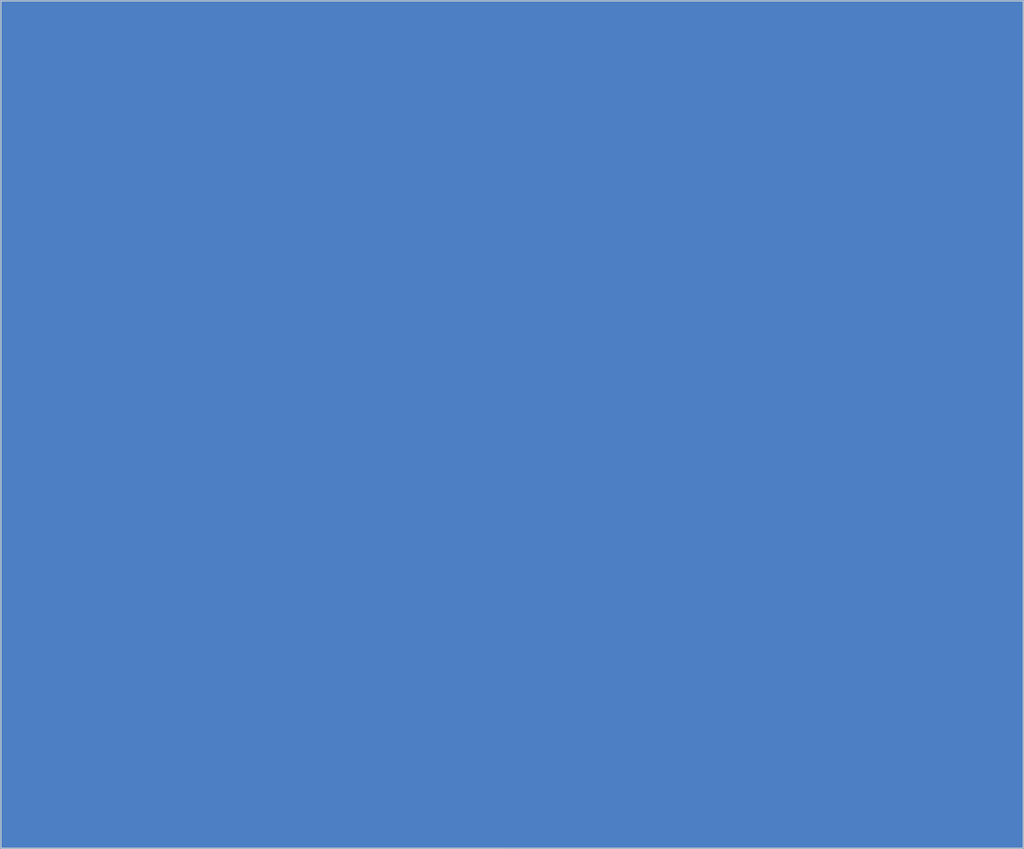
<source format=kicad_pcb>
(kicad_pcb (version 20221018) (generator pcbnew)

  (general
    (thickness 1.6)
  )

  (paper "A4")
  (layers
    (0 "F.Cu" signal)
    (31 "B.Cu" signal)
    (32 "B.Adhes" user "B.Adhesive")
    (33 "F.Adhes" user "F.Adhesive")
    (34 "B.Paste" user)
    (35 "F.Paste" user)
    (36 "B.SilkS" user "B.Silkscreen")
    (37 "F.SilkS" user "F.Silkscreen")
    (38 "B.Mask" user)
    (39 "F.Mask" user)
    (40 "Dwgs.User" user "User.Drawings")
    (41 "Cmts.User" user "User.Comments")
    (42 "Eco1.User" user "User.Eco1")
    (43 "Eco2.User" user "User.Eco2")
    (44 "Edge.Cuts" user)
    (45 "Margin" user)
    (46 "B.CrtYd" user "B.Courtyard")
    (47 "F.CrtYd" user "F.Courtyard")
    (48 "B.Fab" user)
    (49 "F.Fab" user)
    (50 "User.1" user)
    (51 "User.2" user)
    (52 "User.3" user)
    (53 "User.4" user)
    (54 "User.5" user)
    (55 "User.6" user)
    (56 "User.7" user)
    (57 "User.8" user)
    (58 "User.9" user)
  )

  (setup
    (pad_to_mask_clearance 0)
    (pcbplotparams
      (layerselection 0x00010fc_ffffffff)
      (plot_on_all_layers_selection 0x0000000_00000000)
      (disableapertmacros false)
      (usegerberextensions false)
      (usegerberattributes true)
      (usegerberadvancedattributes true)
      (creategerberjobfile true)
      (dashed_line_dash_ratio 12.000000)
      (dashed_line_gap_ratio 3.000000)
      (svgprecision 4)
      (plotframeref false)
      (viasonmask false)
      (mode 1)
      (useauxorigin false)
      (hpglpennumber 1)
      (hpglpenspeed 20)
      (hpglpendiameter 15.000000)
      (dxfpolygonmode true)
      (dxfimperialunits true)
      (dxfusepcbnewfont true)
      (psnegative false)
      (psa4output false)
      (plotreference true)
      (plotvalue true)
      (plotinvisibletext false)
      (sketchpadsonfab false)
      (subtractmaskfromsilk false)
      (outputformat 1)
      (mirror false)
      (drillshape 1)
      (scaleselection 1)
      (outputdirectory "")
    )
  )

  (net 0 "")

  (gr_poly
    (pts
      (xy 114.935 109.22)
      (xy 116.205 109.22)
      (xy 116.205 139.7)
      (xy 114.935 139.7)
    )

    (stroke (width 0.2) (type solid)) (fill solid) (layer "F.Cu") (tstamp 326f00e3-63a9-405e-a4bc-1df9ebb7373d))
  (gr_poly
    (pts
      (xy 96.52 81.28)
      (xy 132.08 81.28)
      (xy 132.08 109.22)
      (xy 96.52 109.22)
    )

    (stroke (width 0.2) (type solid)) (fill solid) (layer "F.Cu") (tstamp a90d57c7-a145-4700-b65b-e6863903c3d5))
  (gr_poly
    (pts
      (xy 63.5 53.34)
      (xy 167.64 53.34)
      (xy 167.64 139.7)
      (xy 63.5 139.7)
    )

    (stroke (width 0.2) (type solid)) (fill solid) (layer "B.Cu") (tstamp 43ef6f05-736b-46a5-8dd0-030a74a4f922))
  (gr_rect (start 63.5 53.34) (end 167.64 139.7)
    (stroke (width 0.1) (type default)) (fill none) (layer "Edge.Cuts") (tstamp 22121f75-46a4-4738-ad96-0893dd3234be))

)

</source>
